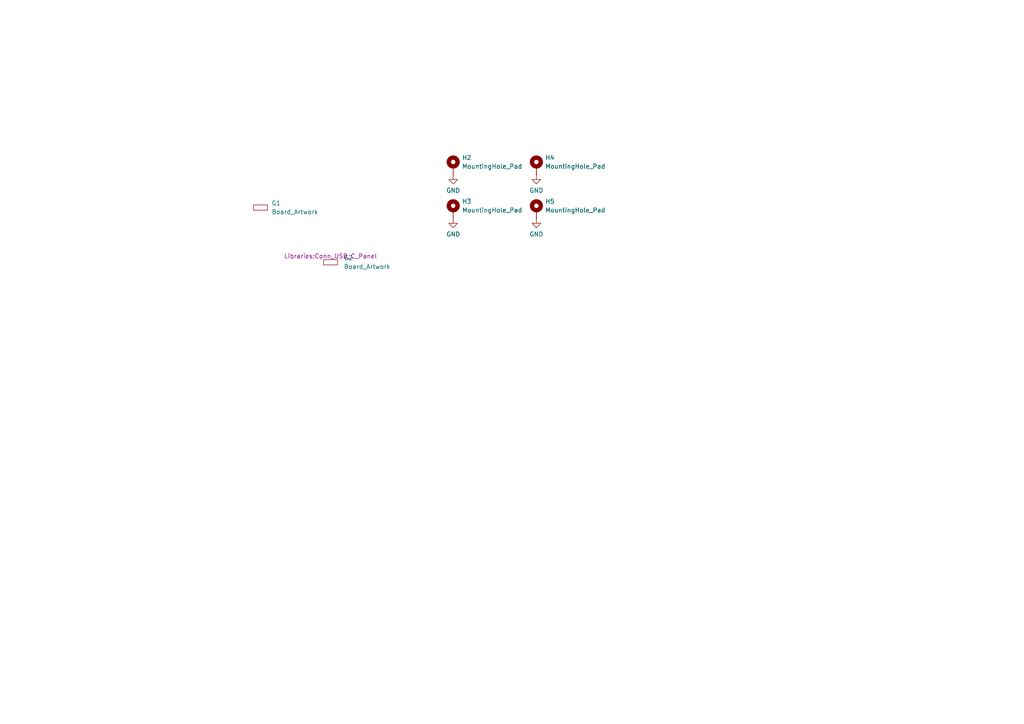
<source format=kicad_sch>
(kicad_sch (version 20231120) (generator "eeschema") (generator_version "8.0")
  (paper "A4")
  (lib_symbols
    (symbol "Mechanical:MountingHole_Pad" (pin_numbers hide) (pin_names (offset 1.016) hide) (exclude_from_sim yes) (in_bom no)
      (property "Reference" "H" (at 0 6.35 0))
      (property "Value" "MountingHole_Pad" (at 0 4.445 0))
      (symbol "MountingHole_Pad_0_1"
        (circle (center 0 1.27) (radius 1.27) (stroke (width 1.27)))
      )
      (symbol "MountingHole_Pad_1_1"
        (pin input line (at 0 -2.54 90) (length 2.54) (name "1") (number "1"))
      )
    )
    (symbol "Smitty:Board_Artwork" (in_bom no)
      (property "Reference" "G" (at 0 0 0))
      (property "Value" "Board_Artwork" (at 0 2.032 0))
      (symbol "Board_Artwork_0_1"
        (rectangle (start -2.032 -1.016) (end 2.032 -2.54))
      )
    )
    (symbol "power:GND" (power) (pin_numbers hide) (pin_names (offset 0) hide)
      (property "Value" "GND" (at 0 -3.81 0))
      (symbol "GND_0_1"
        (polyline (pts (xy 0 0) (xy 0 -1.27) (xy 1.27 -1.27) (xy 0 -2.54) (xy -1.27 -1.27) (xy 0 -1.27)))
      )
      (symbol "GND_1_1"
        (pin power_in line (at 0 0 270) (length 0) (name "~") (number "1"))
      )
    )
  )
  (symbol (lib_id "Mechanical:MountingHole_Pad") (at 155.575 48.26 0) (unit 1) (exclude_from_sim yes) (in_bom no)
    (property "Reference" "H4" (at 158.115 45.7199 0) (effects (justify left)))
    (property "Value" "MountingHole_Pad" (at 158.115 48.2599 0) (effects (justify left)))
    (property "Footprint" "MountingHole:MountingHole_2.2mm_M2_Pad" (effects (hide yes)))
    (property "Description" "Mounting Hole with connection" (effects (hide yes)))
  )
  (symbol (lib_id "Smitty:Board_Artwork") (at 75.565 58.42 0) (unit 1) (in_bom no)
    (property "Reference" "G1" (at 78.74 58.9279 0) (effects (justify left)))
    (property "Value" "Board_Artwork" (at 78.74 61.4679 0) (effects (justify left)))
  )
  (symbol (lib_id "power:GND") (at 131.445 63.5 0) (unit 1)
    (property "Reference" "#PWR3" (effects (hide yes)))
    (property "Value" "GND" (at 131.445 67.945 0))
    (property "Description" "Power symbol creates a global label with name \"GND\" , ground" (effects (hide yes)))
  )
  (symbol (lib_id "power:GND") (at 155.575 50.8 0) (unit 1)
    (property "Reference" "#PWR4" (effects (hide yes)))
    (property "Value" "GND" (at 155.575 55.245 0))
    (property "Description" "Power symbol creates a global label with name \"GND\" , ground" (effects (hide yes)))
  )
  (symbol (lib_id "Mechanical:MountingHole_Pad") (at 131.445 48.26 0) (unit 1) (exclude_from_sim yes) (in_bom no)
    (property "Reference" "H2" (at 133.985 45.7199 0) (effects (justify left)))
    (property "Value" "MountingHole_Pad" (at 133.985 48.2599 0) (effects (justify left)))
    (property "Footprint" "MountingHole:MountingHole_2.2mm_M2_Pad" (effects (hide yes)))
    (property "Description" "Mounting Hole with connection" (effects (hide yes)))
  )
  (symbol (lib_id "Mechanical:MountingHole_Pad") (at 131.445 60.96 0) (unit 1) (exclude_from_sim yes) (in_bom no)
    (property "Reference" "H3" (at 133.985 58.4199 0) (effects (justify left)))
    (property "Value" "MountingHole_Pad" (at 133.985 60.9599 0) (effects (justify left)))
    (property "Footprint" "MountingHole:MountingHole_2.2mm_M2_Pad" (effects (hide yes)))
    (property "Description" "Mounting Hole with connection" (effects (hide yes)))
  )
  (symbol (lib_id "power:GND") (at 155.575 63.5 0) (unit 1)
    (property "Reference" "#PWR5" (effects (hide yes)))
    (property "Value" "GND" (at 155.575 67.945 0))
    (property "Description" "Power symbol creates a global label with name \"GND\" , ground" (effects (hide yes)))
  )
  (symbol (lib_id "Smitty:Board_Artwork") (at 95.885 74.295 0) (unit 1) (in_bom no)
    (property "Reference" "G2" (at 99.695 74.8029 0) (effects (justify left)))
    (property "Value" "Board_Artwork" (at 99.695 77.3429 0) (effects (justify left)))
    (property "Footprint" "Libraries:Conn_USB_C_Panel" (at 95.885 74.295 0))
  )
  (symbol (lib_id "power:GND") (at 131.445 50.8 0) (unit 1)
    (property "Reference" "#PWR2" (effects (hide yes)))
    (property "Value" "GND" (at 131.445 55.245 0))
    (property "Description" "Power symbol creates a global label with name \"GND\" , ground" (effects (hide yes)))
  )
  (symbol (lib_id "Mechanical:MountingHole_Pad") (at 155.575 60.96 0) (unit 1) (exclude_from_sim yes) (in_bom no)
    (property "Reference" "H5" (at 158.115 58.4199 0) (effects (justify left)))
    (property "Value" "MountingHole_Pad" (at 158.115 60.9599 0) (effects (justify left)))
    (property "Footprint" "MountingHole:MountingHole_2.2mm_M2_Pad" (effects (hide yes)))
    (property "Description" "Mounting Hole with connection" (effects (hide yes)))
  )
)
</source>
